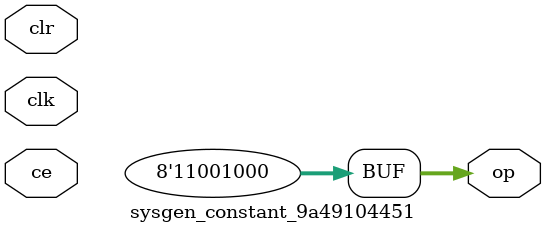
<source format=v>
module sysgen_constant_9a49104451 (
  output [(8 - 1):0] op,
  input clk,
  input ce,
  input clr);
  assign op = 8'b11001000;
endmodule
</source>
